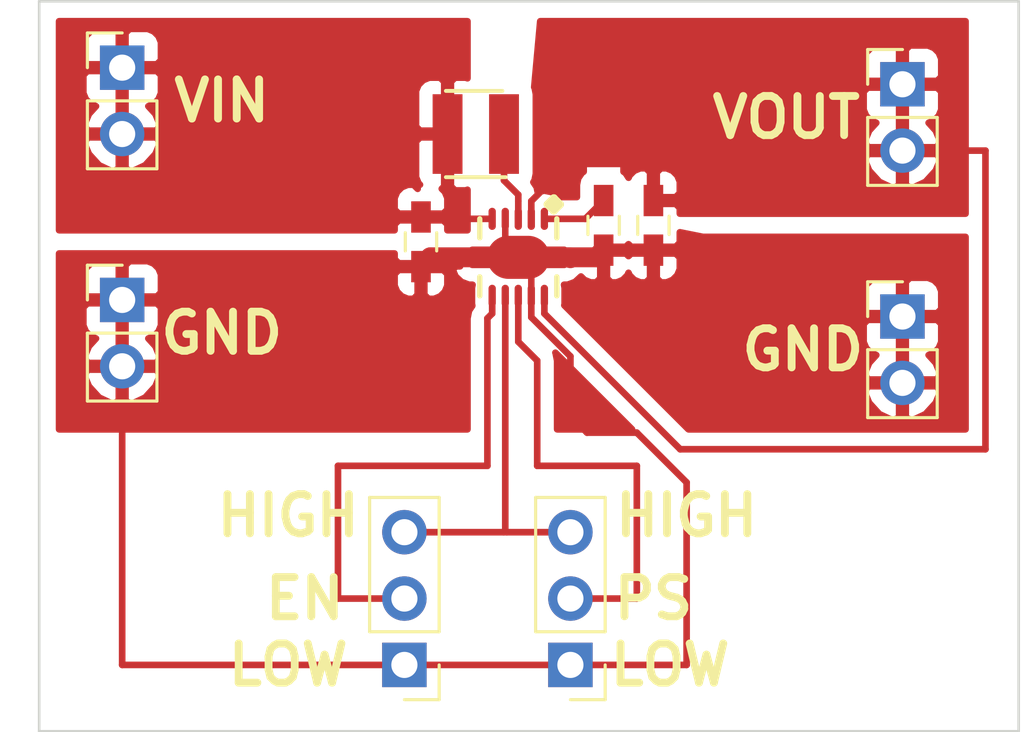
<source format=kicad_pcb>
(kicad_pcb (version 4) (host pcbnew 4.0.7)

  (general
    (links 28)
    (no_connects 1)
    (area 130.124999 107.264999 167.690001 135.305001)
    (thickness 1.6)
    (drawings 15)
    (tracks 53)
    (zones 0)
    (modules 11)
    (nets 8)
  )

  (page A4)
  (layers
    (0 F.Cu signal)
    (31 B.Cu signal)
    (32 B.Adhes user)
    (33 F.Adhes user)
    (34 B.Paste user)
    (35 F.Paste user)
    (36 B.SilkS user)
    (37 F.SilkS user)
    (38 B.Mask user)
    (39 F.Mask user)
    (40 Dwgs.User user)
    (41 Cmts.User user)
    (42 Eco1.User user)
    (43 Eco2.User user)
    (44 Edge.Cuts user)
    (45 Margin user)
    (46 B.CrtYd user)
    (47 F.CrtYd user)
    (48 B.Fab user)
    (49 F.Fab user)
  )

  (setup
    (last_trace_width 0.254)
    (user_trace_width 0.254)
    (user_trace_width 0.381)
    (user_trace_width 0.762)
    (trace_clearance 0.2)
    (zone_clearance 0.508)
    (zone_45_only no)
    (trace_min 0.2)
    (segment_width 0.2)
    (edge_width 0.1)
    (via_size 0.6)
    (via_drill 0.4)
    (via_min_size 0.4)
    (via_min_drill 0.3)
    (uvia_size 0.3)
    (uvia_drill 0.1)
    (uvias_allowed no)
    (uvia_min_size 0.2)
    (uvia_min_drill 0.1)
    (pcb_text_width 0.3)
    (pcb_text_size 1.5 1.5)
    (mod_edge_width 0.15)
    (mod_text_size 1 1)
    (mod_text_width 0.15)
    (pad_size 1.5 1.5)
    (pad_drill 0.6)
    (pad_to_mask_clearance 0)
    (aux_axis_origin 0 0)
    (visible_elements 7FFFFFFF)
    (pcbplotparams
      (layerselection 0x00030_80000001)
      (usegerberextensions false)
      (excludeedgelayer true)
      (linewidth 0.100000)
      (plotframeref false)
      (viasonmask false)
      (mode 1)
      (useauxorigin false)
      (hpglpennumber 1)
      (hpglpenspeed 20)
      (hpglpendiameter 15)
      (hpglpenoverlay 2)
      (psnegative false)
      (psa4output false)
      (plotreference true)
      (plotvalue true)
      (plotinvisibletext false)
      (padsonsilk false)
      (subtractmaskfromsilk false)
      (outputformat 1)
      (mirror false)
      (drillshape 0)
      (scaleselection 1)
      (outputdirectory ""))
  )

  (net 0 "")
  (net 1 GND)
  (net 2 VIN)
  (net 3 VAUX)
  (net 4 VOUT)
  (net 5 EN)
  (net 6 PS)
  (net 7 L)

  (net_class Default "This is the default net class."
    (clearance 0.2)
    (trace_width 0.25)
    (via_dia 0.6)
    (via_drill 0.4)
    (uvia_dia 0.3)
    (uvia_drill 0.1)
    (add_net EN)
    (add_net GND)
    (add_net L)
    (add_net PS)
    (add_net VAUX)
    (add_net VIN)
    (add_net VOUT)
  )

  (module Capacitors_SMD:C_0603_HandSoldering (layer F.Cu) (tedit 5B15FBA9) (tstamp 5B15E3A8)
    (at 144.78 116.52 270)
    (descr "Capacitor SMD 0603, hand soldering")
    (tags "capacitor 0603")
    (path /5A6CFD77)
    (attr smd)
    (fp_text reference C1 (at 0 -1.25 270) (layer F.SilkS) hide
      (effects (font (size 1 1) (thickness 0.15)))
    )
    (fp_text value 10uF (at 0 1.5 270) (layer F.Fab)
      (effects (font (size 1 1) (thickness 0.15)))
    )
    (fp_text user %R (at 0 -1.25 270) (layer F.Fab) hide
      (effects (font (size 1 1) (thickness 0.15)))
    )
    (fp_line (start -0.8 0.4) (end -0.8 -0.4) (layer F.Fab) (width 0.1))
    (fp_line (start 0.8 0.4) (end -0.8 0.4) (layer F.Fab) (width 0.1))
    (fp_line (start 0.8 -0.4) (end 0.8 0.4) (layer F.Fab) (width 0.1))
    (fp_line (start -0.8 -0.4) (end 0.8 -0.4) (layer F.Fab) (width 0.1))
    (fp_line (start -0.35 -0.6) (end 0.35 -0.6) (layer F.SilkS) (width 0.12))
    (fp_line (start 0.35 0.6) (end -0.35 0.6) (layer F.SilkS) (width 0.12))
    (fp_line (start -1.8 -0.65) (end 1.8 -0.65) (layer F.CrtYd) (width 0.05))
    (fp_line (start -1.8 -0.65) (end -1.8 0.65) (layer F.CrtYd) (width 0.05))
    (fp_line (start 1.8 0.65) (end 1.8 -0.65) (layer F.CrtYd) (width 0.05))
    (fp_line (start 1.8 0.65) (end -1.8 0.65) (layer F.CrtYd) (width 0.05))
    (pad 1 smd rect (at -0.95 0 270) (size 1.2 0.75) (layers F.Cu F.Paste F.Mask)
      (net 2 VIN))
    (pad 2 smd rect (at 0.95 0 270) (size 1.2 0.75) (layers F.Cu F.Paste F.Mask)
      (net 1 GND))
    (model Capacitors_SMD.3dshapes/C_0603.wrl
      (at (xyz 0 0 0))
      (scale (xyz 1 1 1))
      (rotate (xyz 0 0 0))
    )
  )

  (module Capacitors_SMD:C_0603_HandSoldering (layer F.Cu) (tedit 5B15FBB5) (tstamp 5B15E3AE)
    (at 151.765 115.89 270)
    (descr "Capacitor SMD 0603, hand soldering")
    (tags "capacitor 0603")
    (path /5A6D02A3)
    (attr smd)
    (fp_text reference C2 (at 0 -1.25 270) (layer F.SilkS) hide
      (effects (font (size 1 1) (thickness 0.15)))
    )
    (fp_text value 10uF (at 0 1.5 270) (layer F.Fab)
      (effects (font (size 1 1) (thickness 0.15)))
    )
    (fp_text user %R (at 0 -1.25 270) (layer F.Fab) hide
      (effects (font (size 1 1) (thickness 0.15)))
    )
    (fp_line (start -0.8 0.4) (end -0.8 -0.4) (layer F.Fab) (width 0.1))
    (fp_line (start 0.8 0.4) (end -0.8 0.4) (layer F.Fab) (width 0.1))
    (fp_line (start 0.8 -0.4) (end 0.8 0.4) (layer F.Fab) (width 0.1))
    (fp_line (start -0.8 -0.4) (end 0.8 -0.4) (layer F.Fab) (width 0.1))
    (fp_line (start -0.35 -0.6) (end 0.35 -0.6) (layer F.SilkS) (width 0.12))
    (fp_line (start 0.35 0.6) (end -0.35 0.6) (layer F.SilkS) (width 0.12))
    (fp_line (start -1.8 -0.65) (end 1.8 -0.65) (layer F.CrtYd) (width 0.05))
    (fp_line (start -1.8 -0.65) (end -1.8 0.65) (layer F.CrtYd) (width 0.05))
    (fp_line (start 1.8 0.65) (end 1.8 -0.65) (layer F.CrtYd) (width 0.05))
    (fp_line (start 1.8 0.65) (end -1.8 0.65) (layer F.CrtYd) (width 0.05))
    (pad 1 smd rect (at -0.95 0 270) (size 1.2 0.75) (layers F.Cu F.Paste F.Mask)
      (net 3 VAUX))
    (pad 2 smd rect (at 0.95 0 270) (size 1.2 0.75) (layers F.Cu F.Paste F.Mask)
      (net 1 GND))
    (model Capacitors_SMD.3dshapes/C_0603.wrl
      (at (xyz 0 0 0))
      (scale (xyz 1 1 1))
      (rotate (xyz 0 0 0))
    )
  )

  (module Capacitors_SMD:C_0603_HandSoldering (layer F.Cu) (tedit 5B15FB3E) (tstamp 5B15E3B4)
    (at 153.67 115.89 270)
    (descr "Capacitor SMD 0603, hand soldering")
    (tags "capacitor 0603")
    (path /5A6D031D)
    (attr smd)
    (fp_text reference C3 (at 0 -1.25 270) (layer F.SilkS) hide
      (effects (font (size 1 1) (thickness 0.15)))
    )
    (fp_text value 10uF (at 0 1.5 270) (layer F.Fab)
      (effects (font (size 1 1) (thickness 0.15)))
    )
    (fp_text user %R (at 0 -1.25 270) (layer F.Fab)
      (effects (font (size 1 1) (thickness 0.15)))
    )
    (fp_line (start -0.8 0.4) (end -0.8 -0.4) (layer F.Fab) (width 0.1))
    (fp_line (start 0.8 0.4) (end -0.8 0.4) (layer F.Fab) (width 0.1))
    (fp_line (start 0.8 -0.4) (end 0.8 0.4) (layer F.Fab) (width 0.1))
    (fp_line (start -0.8 -0.4) (end 0.8 -0.4) (layer F.Fab) (width 0.1))
    (fp_line (start -0.35 -0.6) (end 0.35 -0.6) (layer F.SilkS) (width 0.12))
    (fp_line (start 0.35 0.6) (end -0.35 0.6) (layer F.SilkS) (width 0.12))
    (fp_line (start -1.8 -0.65) (end 1.8 -0.65) (layer F.CrtYd) (width 0.05))
    (fp_line (start -1.8 -0.65) (end -1.8 0.65) (layer F.CrtYd) (width 0.05))
    (fp_line (start 1.8 0.65) (end 1.8 -0.65) (layer F.CrtYd) (width 0.05))
    (fp_line (start 1.8 0.65) (end -1.8 0.65) (layer F.CrtYd) (width 0.05))
    (pad 1 smd rect (at -0.95 0 270) (size 1.2 0.75) (layers F.Cu F.Paste F.Mask)
      (net 4 VOUT))
    (pad 2 smd rect (at 0.95 0 270) (size 1.2 0.75) (layers F.Cu F.Paste F.Mask)
      (net 1 GND))
    (model Capacitors_SMD.3dshapes/C_0603.wrl
      (at (xyz 0 0 0))
      (scale (xyz 1 1 1))
      (rotate (xyz 0 0 0))
    )
  )

  (module CustomFootprintLibrary:texas-S-PDSO-N10 (layer F.Cu) (tedit 5B15FB20) (tstamp 5B15E46F)
    (at 148.5011 117.11432 180)
    (descr "QFN 10 3 X 3 MM")
    (tags "QFN 10 3 X 3 MM")
    (path /5A6CCC7B)
    (attr smd)
    (fp_text reference REG_3V3_BOARD1 (at 0.6731 -2.63398 180) (layer F.SilkS) hide
      (effects (font (size 1.27 1.27) (thickness 0.1016)))
    )
    (fp_text value TPS61201 (at 1.3081 2.86258 180) (layer F.SilkS) hide
      (effects (font (size 1.27 1.27) (thickness 0.1016)))
    )
    (fp_line (start -1.92278 -0.12446) (end -1.32334 -0.12446) (layer F.Mask) (width 0.06604))
    (fp_line (start -1.32334 -0.12446) (end -1.32334 -0.42418) (layer F.Mask) (width 0.06604))
    (fp_line (start -1.92278 -0.42418) (end -1.32334 -0.42418) (layer F.Mask) (width 0.06604))
    (fp_line (start -1.92278 -0.12446) (end -1.92278 -0.42418) (layer F.Mask) (width 0.06604))
    (fp_line (start -1.92278 0.42418) (end -1.32334 0.42418) (layer F.Mask) (width 0.06604))
    (fp_line (start -1.32334 0.42418) (end -1.32334 0.12446) (layer F.Mask) (width 0.06604))
    (fp_line (start -1.92278 0.12446) (end -1.32334 0.12446) (layer F.Mask) (width 0.06604))
    (fp_line (start -1.92278 0.42418) (end -1.92278 0.12446) (layer F.Mask) (width 0.06604))
    (fp_line (start -1.22428 0.84836) (end 1.22428 0.84836) (layer F.Mask) (width 0.06604))
    (fp_line (start 1.22428 0.84836) (end 1.22428 -0.84836) (layer F.Mask) (width 0.06604))
    (fp_line (start -1.22428 -0.84836) (end 1.22428 -0.84836) (layer F.Mask) (width 0.06604))
    (fp_line (start -1.22428 0.84836) (end -1.22428 -0.84836) (layer F.Mask) (width 0.06604))
    (fp_line (start -1.89992 -0.14986) (end -1.32334 -0.14986) (layer F.Paste) (width 0.06604))
    (fp_line (start -1.32334 -0.14986) (end -1.32334 -0.39878) (layer F.Paste) (width 0.06604))
    (fp_line (start -1.89992 -0.39878) (end -1.32334 -0.39878) (layer F.Paste) (width 0.06604))
    (fp_line (start -1.89992 -0.14986) (end -1.89992 -0.39878) (layer F.Paste) (width 0.06604))
    (fp_line (start -1.89992 0.39878) (end -1.32334 0.39878) (layer F.Paste) (width 0.06604))
    (fp_line (start -1.32334 0.39878) (end -1.32334 0.14986) (layer F.Paste) (width 0.06604))
    (fp_line (start -1.89992 0.14986) (end -1.32334 0.14986) (layer F.Paste) (width 0.06604))
    (fp_line (start -1.89992 0.39878) (end -1.89992 0.14986) (layer F.Paste) (width 0.06604))
    (fp_line (start -1.17348 -0.14986) (end -0.14986 -0.14986) (layer F.Paste) (width 0.06604))
    (fp_line (start -0.14986 -0.14986) (end -0.14986 -0.79756) (layer F.Paste) (width 0.06604))
    (fp_line (start -1.17348 -0.79756) (end -0.14986 -0.79756) (layer F.Paste) (width 0.06604))
    (fp_line (start -1.17348 -0.14986) (end -1.17348 -0.79756) (layer F.Paste) (width 0.06604))
    (fp_line (start -1.17348 0.79756) (end -0.14986 0.79756) (layer F.Paste) (width 0.06604))
    (fp_line (start -0.14986 0.79756) (end -0.14986 0.14986) (layer F.Paste) (width 0.06604))
    (fp_line (start -1.17348 0.14986) (end -0.14986 0.14986) (layer F.Paste) (width 0.06604))
    (fp_line (start -1.17348 0.79756) (end -1.17348 0.14986) (layer F.Paste) (width 0.06604))
    (fp_line (start 0.14986 0.79756) (end 1.17348 0.79756) (layer F.Paste) (width 0.06604))
    (fp_line (start 1.17348 0.79756) (end 1.17348 0.14986) (layer F.Paste) (width 0.06604))
    (fp_line (start 0.14986 0.14986) (end 1.17348 0.14986) (layer F.Paste) (width 0.06604))
    (fp_line (start 0.14986 0.79756) (end 0.14986 0.14986) (layer F.Paste) (width 0.06604))
    (fp_line (start 0.14986 -0.14986) (end 1.17348 -0.14986) (layer F.Paste) (width 0.06604))
    (fp_line (start 1.17348 -0.14986) (end 1.17348 -0.79756) (layer F.Paste) (width 0.06604))
    (fp_line (start 0.14986 -0.79756) (end 1.17348 -0.79756) (layer F.Paste) (width 0.06604))
    (fp_line (start 0.14986 -0.14986) (end 0.14986 -0.79756) (layer F.Paste) (width 0.06604))
    (fp_line (start -1.5748 1.5748) (end 0 1.5748) (layer Dwgs.User) (width 0.06604))
    (fp_line (start 0 1.5748) (end 0 0) (layer Dwgs.User) (width 0.06604))
    (fp_line (start -1.5748 0) (end 0 0) (layer Dwgs.User) (width 0.06604))
    (fp_line (start -1.5748 1.5748) (end -1.5748 0) (layer Dwgs.User) (width 0.06604))
    (fp_line (start -1.17348 1.92278) (end -0.82296 1.92278) (layer F.Mask) (width 0.06604))
    (fp_line (start -0.82296 1.92278) (end -0.82296 1.16332) (layer F.Mask) (width 0.06604))
    (fp_line (start -1.17348 1.16332) (end -0.82296 1.16332) (layer F.Mask) (width 0.06604))
    (fp_line (start -1.17348 1.92278) (end -1.17348 1.16332) (layer F.Mask) (width 0.06604))
    (fp_line (start -1.34112 1.62052) (end -0.65532 1.62052) (layer F.Paste) (width 0.06604))
    (fp_line (start -0.65532 1.62052) (end -0.65532 1.39192) (layer F.Paste) (width 0.06604))
    (fp_line (start -1.34112 1.39192) (end -0.65532 1.39192) (layer F.Paste) (width 0.06604))
    (fp_line (start -1.34112 1.62052) (end -1.34112 1.39192) (layer F.Paste) (width 0.06604))
    (fp_line (start -0.84074 1.62052) (end -0.15748 1.62052) (layer F.Paste) (width 0.06604))
    (fp_line (start -0.15748 1.62052) (end -0.15748 1.39192) (layer F.Paste) (width 0.06604))
    (fp_line (start -0.84074 1.39192) (end -0.15748 1.39192) (layer F.Paste) (width 0.06604))
    (fp_line (start -0.84074 1.62052) (end -0.84074 1.39192) (layer F.Paste) (width 0.06604))
    (fp_line (start -0.34036 1.62052) (end 0.34036 1.62052) (layer F.Paste) (width 0.06604))
    (fp_line (start 0.34036 1.62052) (end 0.34036 1.39192) (layer F.Paste) (width 0.06604))
    (fp_line (start -0.34036 1.39192) (end 0.34036 1.39192) (layer F.Paste) (width 0.06604))
    (fp_line (start -0.34036 1.62052) (end -0.34036 1.39192) (layer F.Paste) (width 0.06604))
    (fp_line (start 0.15748 1.62052) (end 0.84074 1.62052) (layer F.Paste) (width 0.06604))
    (fp_line (start 0.84074 1.62052) (end 0.84074 1.39192) (layer F.Paste) (width 0.06604))
    (fp_line (start 0.15748 1.39192) (end 0.84074 1.39192) (layer F.Paste) (width 0.06604))
    (fp_line (start 0.15748 1.62052) (end 0.15748 1.39192) (layer F.Paste) (width 0.06604))
    (fp_line (start 0.65532 1.62052) (end 1.34112 1.62052) (layer F.Paste) (width 0.06604))
    (fp_line (start 1.34112 1.62052) (end 1.34112 1.39192) (layer F.Paste) (width 0.06604))
    (fp_line (start 0.65532 1.39192) (end 1.34112 1.39192) (layer F.Paste) (width 0.06604))
    (fp_line (start 0.65532 1.62052) (end 0.65532 1.39192) (layer F.Paste) (width 0.06604))
    (fp_line (start 0.65532 -1.39192) (end 1.34112 -1.39192) (layer F.Paste) (width 0.06604))
    (fp_line (start 1.34112 -1.39192) (end 1.34112 -1.62052) (layer F.Paste) (width 0.06604))
    (fp_line (start 0.65532 -1.62052) (end 1.34112 -1.62052) (layer F.Paste) (width 0.06604))
    (fp_line (start 0.65532 -1.39192) (end 0.65532 -1.62052) (layer F.Paste) (width 0.06604))
    (fp_line (start 0.15748 -1.39192) (end 0.84074 -1.39192) (layer F.Paste) (width 0.06604))
    (fp_line (start 0.84074 -1.39192) (end 0.84074 -1.62052) (layer F.Paste) (width 0.06604))
    (fp_line (start 0.15748 -1.62052) (end 0.84074 -1.62052) (layer F.Paste) (width 0.06604))
    (fp_line (start 0.15748 -1.39192) (end 0.15748 -1.62052) (layer F.Paste) (width 0.06604))
    (fp_line (start -0.34036 -1.39192) (end 0.34036 -1.39192) (layer F.Paste) (width 0.06604))
    (fp_line (start 0.34036 -1.39192) (end 0.34036 -1.62052) (layer F.Paste) (width 0.06604))
    (fp_line (start -0.34036 -1.62052) (end 0.34036 -1.62052) (layer F.Paste) (width 0.06604))
    (fp_line (start -0.34036 -1.39192) (end -0.34036 -1.62052) (layer F.Paste) (width 0.06604))
    (fp_line (start -0.84074 -1.39192) (end -0.15748 -1.39192) (layer F.Paste) (width 0.06604))
    (fp_line (start -0.15748 -1.39192) (end -0.15748 -1.62052) (layer F.Paste) (width 0.06604))
    (fp_line (start -0.84074 -1.62052) (end -0.15748 -1.62052) (layer F.Paste) (width 0.06604))
    (fp_line (start -0.84074 -1.39192) (end -0.84074 -1.62052) (layer F.Paste) (width 0.06604))
    (fp_line (start -1.34112 -1.39192) (end -0.65532 -1.39192) (layer F.Paste) (width 0.06604))
    (fp_line (start -0.65532 -1.39192) (end -0.65532 -1.62052) (layer F.Paste) (width 0.06604))
    (fp_line (start -1.34112 -1.62052) (end -0.65532 -1.62052) (layer F.Paste) (width 0.06604))
    (fp_line (start -1.34112 -1.39192) (end -1.34112 -1.62052) (layer F.Paste) (width 0.06604))
    (fp_line (start -0.6731 1.92278) (end -0.32258 1.92278) (layer F.Mask) (width 0.06604))
    (fp_line (start -0.32258 1.92278) (end -0.32258 1.16332) (layer F.Mask) (width 0.06604))
    (fp_line (start -0.6731 1.16332) (end -0.32258 1.16332) (layer F.Mask) (width 0.06604))
    (fp_line (start -0.6731 1.92278) (end -0.6731 1.16332) (layer F.Mask) (width 0.06604))
    (fp_line (start -0.17272 1.92278) (end 0.17272 1.92278) (layer F.Mask) (width 0.06604))
    (fp_line (start 0.17272 1.92278) (end 0.17272 1.16332) (layer F.Mask) (width 0.06604))
    (fp_line (start -0.17272 1.16332) (end 0.17272 1.16332) (layer F.Mask) (width 0.06604))
    (fp_line (start -0.17272 1.92278) (end -0.17272 1.16332) (layer F.Mask) (width 0.06604))
    (fp_line (start 0.32258 1.92278) (end 0.6731 1.92278) (layer F.Mask) (width 0.06604))
    (fp_line (start 0.6731 1.92278) (end 0.6731 1.16332) (layer F.Mask) (width 0.06604))
    (fp_line (start 0.32258 1.16332) (end 0.6731 1.16332) (layer F.Mask) (width 0.06604))
    (fp_line (start 0.32258 1.92278) (end 0.32258 1.16332) (layer F.Mask) (width 0.06604))
    (fp_line (start 0.82296 1.92278) (end 1.17348 1.92278) (layer F.Mask) (width 0.06604))
    (fp_line (start 1.17348 1.92278) (end 1.17348 1.16332) (layer F.Mask) (width 0.06604))
    (fp_line (start 0.82296 1.16332) (end 1.17348 1.16332) (layer F.Mask) (width 0.06604))
    (fp_line (start 0.82296 1.92278) (end 0.82296 1.16332) (layer F.Mask) (width 0.06604))
    (fp_line (start 0.82296 -1.16332) (end 1.17348 -1.16332) (layer F.Mask) (width 0.06604))
    (fp_line (start 1.17348 -1.16332) (end 1.17348 -1.92278) (layer F.Mask) (width 0.06604))
    (fp_line (start 0.82296 -1.92278) (end 1.17348 -1.92278) (layer F.Mask) (width 0.06604))
    (fp_line (start 0.82296 -1.16332) (end 0.82296 -1.92278) (layer F.Mask) (width 0.06604))
    (fp_line (start 0.32258 -1.16332) (end 0.6731 -1.16332) (layer F.Mask) (width 0.06604))
    (fp_line (start 0.6731 -1.16332) (end 0.6731 -1.92278) (layer F.Mask) (width 0.06604))
    (fp_line (start 0.32258 -1.92278) (end 0.6731 -1.92278) (layer F.Mask) (width 0.06604))
    (fp_line (start 0.32258 -1.16332) (end 0.32258 -1.92278) (layer F.Mask) (width 0.06604))
    (fp_line (start -0.17272 -1.16332) (end 0.17272 -1.16332) (layer F.Mask) (width 0.06604))
    (fp_line (start 0.17272 -1.16332) (end 0.17272 -1.92278) (layer F.Mask) (width 0.06604))
    (fp_line (start -0.17272 -1.92278) (end 0.17272 -1.92278) (layer F.Mask) (width 0.06604))
    (fp_line (start -0.17272 -1.16332) (end -0.17272 -1.92278) (layer F.Mask) (width 0.06604))
    (fp_line (start -0.6731 -1.16332) (end -0.32258 -1.16332) (layer F.Mask) (width 0.06604))
    (fp_line (start -0.32258 -1.16332) (end -0.32258 -1.92278) (layer F.Mask) (width 0.06604))
    (fp_line (start -0.6731 -1.92278) (end -0.32258 -1.92278) (layer F.Mask) (width 0.06604))
    (fp_line (start -0.6731 -1.16332) (end -0.6731 -1.92278) (layer F.Mask) (width 0.06604))
    (fp_line (start -1.17348 -1.16332) (end -0.82296 -1.16332) (layer F.Mask) (width 0.06604))
    (fp_line (start -0.82296 -1.16332) (end -0.82296 -1.92278) (layer F.Mask) (width 0.06604))
    (fp_line (start -1.17348 -1.92278) (end -0.82296 -1.92278) (layer F.Mask) (width 0.06604))
    (fp_line (start -1.17348 -1.16332) (end -1.17348 -1.92278) (layer F.Mask) (width 0.06604))
    (fp_line (start 1.32334 0.42418) (end 1.92278 0.42418) (layer F.Mask) (width 0.06604))
    (fp_line (start 1.92278 0.42418) (end 1.92278 0.12446) (layer F.Mask) (width 0.06604))
    (fp_line (start 1.32334 0.12446) (end 1.92278 0.12446) (layer F.Mask) (width 0.06604))
    (fp_line (start 1.32334 0.42418) (end 1.32334 0.12446) (layer F.Mask) (width 0.06604))
    (fp_line (start 1.32334 -0.12446) (end 1.92278 -0.12446) (layer F.Mask) (width 0.06604))
    (fp_line (start 1.92278 -0.12446) (end 1.92278 -0.42418) (layer F.Mask) (width 0.06604))
    (fp_line (start 1.32334 -0.42418) (end 1.92278 -0.42418) (layer F.Mask) (width 0.06604))
    (fp_line (start 1.32334 -0.12446) (end 1.32334 -0.42418) (layer F.Mask) (width 0.06604))
    (fp_line (start 1.32334 0.39878) (end 1.89992 0.39878) (layer F.Paste) (width 0.06604))
    (fp_line (start 1.89992 0.39878) (end 1.89992 0.14986) (layer F.Paste) (width 0.06604))
    (fp_line (start 1.32334 0.14986) (end 1.89992 0.14986) (layer F.Paste) (width 0.06604))
    (fp_line (start 1.32334 0.39878) (end 1.32334 0.14986) (layer F.Paste) (width 0.06604))
    (fp_line (start 1.32334 -0.14986) (end 1.89992 -0.14986) (layer F.Paste) (width 0.06604))
    (fp_line (start 1.89992 -0.14986) (end 1.89992 -0.39878) (layer F.Paste) (width 0.06604))
    (fp_line (start 1.32334 -0.39878) (end 1.89992 -0.39878) (layer F.Paste) (width 0.06604))
    (fp_line (start 1.32334 -0.14986) (end 1.32334 -0.39878) (layer F.Paste) (width 0.06604))
    (fp_line (start -1.4732 -1.4732) (end 1.4732 -1.4732) (layer Dwgs.User) (width 0.2032))
    (fp_line (start 1.4732 -1.4732) (end 1.4732 1.4732) (layer Dwgs.User) (width 0.2032))
    (fp_line (start 1.4732 1.4732) (end -1.4732 1.4732) (layer Dwgs.User) (width 0.2032))
    (fp_line (start -1.4732 1.4732) (end -1.4732 -1.4732) (layer Dwgs.User) (width 0.2032))
    (fp_line (start -1.4732 -0.74676) (end -1.4732 -1.4732) (layer F.SilkS) (width 0.2032))
    (fp_line (start 1.4732 0.74676) (end 1.4732 1.4732) (layer F.SilkS) (width 0.2032))
    (fp_line (start -1.4732 1.4732) (end -1.4732 0.74676) (layer F.SilkS) (width 0.2032))
    (fp_line (start 1.4732 -1.4732) (end 1.4732 -0.74676) (layer F.SilkS) (width 0.2032))
    (fp_circle (center -0.99822 1.16332) (end -0.99822 0.9906) (layer F.Mask) (width 0))
    (fp_circle (center -0.99822 1.16332) (end -0.99822 1.04902) (layer F.Paste) (width 0))
    (fp_circle (center -0.49784 1.16332) (end -0.49784 1.04902) (layer F.Paste) (width 0))
    (fp_circle (center 0 1.16332) (end 0 1.04902) (layer F.Paste) (width 0))
    (fp_circle (center 0.49784 1.16332) (end 0.49784 1.04902) (layer F.Paste) (width 0))
    (fp_circle (center 0.99822 1.16332) (end 0.99822 1.04902) (layer F.Paste) (width 0))
    (fp_circle (center 0.99822 -1.16332) (end 0.99822 -1.27762) (layer F.Paste) (width 0))
    (fp_circle (center 0.49784 -1.16332) (end 0.49784 -1.27762) (layer F.Paste) (width 0))
    (fp_circle (center 0 -1.16332) (end 0 -1.27762) (layer F.Paste) (width 0))
    (fp_circle (center -0.49784 -1.16332) (end -0.49784 -1.27762) (layer F.Paste) (width 0))
    (fp_circle (center -0.99822 -1.16332) (end -0.99822 -1.27762) (layer F.Paste) (width 0))
    (fp_circle (center -0.49784 1.16332) (end -0.49784 0.9906) (layer F.Mask) (width 0))
    (fp_circle (center 0 1.16332) (end 0 0.9906) (layer F.Mask) (width 0))
    (fp_circle (center 0.49784 1.16332) (end 0.49784 0.9906) (layer F.Mask) (width 0))
    (fp_circle (center 0.99822 1.16332) (end 0.99822 0.9906) (layer F.Mask) (width 0))
    (fp_circle (center 0.99822 -1.16332) (end 0.99822 -1.33604) (layer F.Mask) (width 0))
    (fp_circle (center 0.49784 -1.16332) (end 0.49784 -1.33604) (layer F.Mask) (width 0))
    (fp_circle (center 0 -1.16332) (end 0 -1.33604) (layer F.Mask) (width 0))
    (fp_circle (center -0.49784 -1.16332) (end -0.49784 -1.33604) (layer F.Mask) (width 0))
    (fp_circle (center -0.99822 -1.16332) (end -0.99822 -1.33604) (layer F.Mask) (width 0))
    (pad 1 smd oval (at -0.99822 1.4732 270) (size 0.84836 0.2794) (layers F.Cu F.Paste F.Mask)
      (net 3 VAUX))
    (pad 2 smd oval (at -0.49784 1.4732 270) (size 0.84836 0.2794) (layers F.Cu F.Paste F.Mask)
      (net 4 VOUT))
    (pad 3 smd oval (at 0 1.4732 270) (size 0.84836 0.2794) (layers F.Cu F.Paste F.Mask)
      (net 7 L))
    (pad 4 smd oval (at 0.49784 1.4732 270) (size 0.84836 0.2794) (layers F.Cu F.Paste F.Mask)
      (net 1 GND))
    (pad 5 smd oval (at 0.99822 1.4732 270) (size 0.84836 0.2794) (layers F.Cu F.Paste F.Mask)
      (net 2 VIN))
    (pad 6 smd oval (at 0.99822 -1.4732 90) (size 0.84836 0.2794) (layers F.Cu F.Paste F.Mask)
      (net 5 EN))
    (pad 7 smd oval (at 0.49784 -1.4732 90) (size 0.84836 0.2794) (layers F.Cu F.Paste F.Mask)
      (net 2 VIN))
    (pad 8 smd oval (at 0 -1.4732 90) (size 0.84836 0.2794) (layers F.Cu F.Paste F.Mask)
      (net 6 PS))
    (pad 9 smd oval (at -0.49784 -1.4732 90) (size 0.84836 0.2794) (layers F.Cu F.Paste F.Mask)
      (net 1 GND))
    (pad 10 smd oval (at -0.99822 -1.4732 90) (size 0.84836 0.2794) (layers F.Cu F.Paste F.Mask)
      (net 4 VOUT))
    (pad PP smd oval (at 0 0 180) (size 2.39776 1.64846) (layers F.Cu F.Paste F.Mask)
      (net 1 GND))
    (pad PP@1 smd oval (at 0 -0.27432 180) (size 3.79984 0.2794) (layers F.Cu F.Paste F.Mask)
      (net 1 GND))
    (pad PP@2 smd oval (at 0 0.27432 180) (size 3.79984 0.2794) (layers F.Cu F.Paste F.Mask)
      (net 1 GND))
  )

  (module Pin_Headers:Pin_Header_Straight_1x02_Pitch2.54mm (layer F.Cu) (tedit 5B15FAFE) (tstamp 5B15E5CA)
    (at 133.35 118.745)
    (descr "Through hole straight pin header, 1x02, 2.54mm pitch, single row")
    (tags "Through hole pin header THT 1x02 2.54mm single row")
    (path /5B15E406)
    (fp_text reference J1 (at 0 -2.33) (layer F.SilkS) hide
      (effects (font (size 1 1) (thickness 0.15)))
    )
    (fp_text value Conn_01x02 (at 0 4.87) (layer F.Fab)
      (effects (font (size 1 1) (thickness 0.15)))
    )
    (fp_line (start -0.635 -1.27) (end 1.27 -1.27) (layer F.Fab) (width 0.1))
    (fp_line (start 1.27 -1.27) (end 1.27 3.81) (layer F.Fab) (width 0.1))
    (fp_line (start 1.27 3.81) (end -1.27 3.81) (layer F.Fab) (width 0.1))
    (fp_line (start -1.27 3.81) (end -1.27 -0.635) (layer F.Fab) (width 0.1))
    (fp_line (start -1.27 -0.635) (end -0.635 -1.27) (layer F.Fab) (width 0.1))
    (fp_line (start -1.33 3.87) (end 1.33 3.87) (layer F.SilkS) (width 0.12))
    (fp_line (start -1.33 1.27) (end -1.33 3.87) (layer F.SilkS) (width 0.12))
    (fp_line (start 1.33 1.27) (end 1.33 3.87) (layer F.SilkS) (width 0.12))
    (fp_line (start -1.33 1.27) (end 1.33 1.27) (layer F.SilkS) (width 0.12))
    (fp_line (start -1.33 0) (end -1.33 -1.33) (layer F.SilkS) (width 0.12))
    (fp_line (start -1.33 -1.33) (end 0 -1.33) (layer F.SilkS) (width 0.12))
    (fp_line (start -1.8 -1.8) (end -1.8 4.35) (layer F.CrtYd) (width 0.05))
    (fp_line (start -1.8 4.35) (end 1.8 4.35) (layer F.CrtYd) (width 0.05))
    (fp_line (start 1.8 4.35) (end 1.8 -1.8) (layer F.CrtYd) (width 0.05))
    (fp_line (start 1.8 -1.8) (end -1.8 -1.8) (layer F.CrtYd) (width 0.05))
    (fp_text user %R (at 0 1.27 90) (layer F.Fab)
      (effects (font (size 1 1) (thickness 0.15)))
    )
    (pad 1 thru_hole rect (at 0 0) (size 1.7 1.7) (drill 1) (layers *.Cu *.Mask)
      (net 1 GND))
    (pad 2 thru_hole oval (at 0 2.54) (size 1.7 1.7) (drill 1) (layers *.Cu *.Mask)
      (net 1 GND))
    (model ${KISYS3DMOD}/Pin_Headers.3dshapes/Pin_Header_Straight_1x02_Pitch2.54mm.wrl
      (at (xyz 0 0 0))
      (scale (xyz 1 1 1))
      (rotate (xyz 0 0 0))
    )
  )

  (module Pin_Headers:Pin_Header_Straight_1x02_Pitch2.54mm (layer F.Cu) (tedit 5B15FAF4) (tstamp 5B15E5D0)
    (at 133.35 109.855)
    (descr "Through hole straight pin header, 1x02, 2.54mm pitch, single row")
    (tags "Through hole pin header THT 1x02 2.54mm single row")
    (path /5B15E343)
    (fp_text reference J2 (at 0 -2.33) (layer F.SilkS) hide
      (effects (font (size 1 1) (thickness 0.15)))
    )
    (fp_text value Conn_01x02 (at 0 4.87) (layer F.Fab)
      (effects (font (size 1 1) (thickness 0.15)))
    )
    (fp_line (start -0.635 -1.27) (end 1.27 -1.27) (layer F.Fab) (width 0.1))
    (fp_line (start 1.27 -1.27) (end 1.27 3.81) (layer F.Fab) (width 0.1))
    (fp_line (start 1.27 3.81) (end -1.27 3.81) (layer F.Fab) (width 0.1))
    (fp_line (start -1.27 3.81) (end -1.27 -0.635) (layer F.Fab) (width 0.1))
    (fp_line (start -1.27 -0.635) (end -0.635 -1.27) (layer F.Fab) (width 0.1))
    (fp_line (start -1.33 3.87) (end 1.33 3.87) (layer F.SilkS) (width 0.12))
    (fp_line (start -1.33 1.27) (end -1.33 3.87) (layer F.SilkS) (width 0.12))
    (fp_line (start 1.33 1.27) (end 1.33 3.87) (layer F.SilkS) (width 0.12))
    (fp_line (start -1.33 1.27) (end 1.33 1.27) (layer F.SilkS) (width 0.12))
    (fp_line (start -1.33 0) (end -1.33 -1.33) (layer F.SilkS) (width 0.12))
    (fp_line (start -1.33 -1.33) (end 0 -1.33) (layer F.SilkS) (width 0.12))
    (fp_line (start -1.8 -1.8) (end -1.8 4.35) (layer F.CrtYd) (width 0.05))
    (fp_line (start -1.8 4.35) (end 1.8 4.35) (layer F.CrtYd) (width 0.05))
    (fp_line (start 1.8 4.35) (end 1.8 -1.8) (layer F.CrtYd) (width 0.05))
    (fp_line (start 1.8 -1.8) (end -1.8 -1.8) (layer F.CrtYd) (width 0.05))
    (fp_text user %R (at 0 1.27 90) (layer F.Fab)
      (effects (font (size 1 1) (thickness 0.15)))
    )
    (pad 1 thru_hole rect (at 0 0) (size 1.7 1.7) (drill 1) (layers *.Cu *.Mask)
      (net 2 VIN))
    (pad 2 thru_hole oval (at 0 2.54) (size 1.7 1.7) (drill 1) (layers *.Cu *.Mask)
      (net 2 VIN))
    (model ${KISYS3DMOD}/Pin_Headers.3dshapes/Pin_Header_Straight_1x02_Pitch2.54mm.wrl
      (at (xyz 0 0 0))
      (scale (xyz 1 1 1))
      (rotate (xyz 0 0 0))
    )
  )

  (module Pin_Headers:Pin_Header_Straight_1x02_Pitch2.54mm (layer F.Cu) (tedit 5B15FB01) (tstamp 5B15E5D6)
    (at 163.195 110.49)
    (descr "Through hole straight pin header, 1x02, 2.54mm pitch, single row")
    (tags "Through hole pin header THT 1x02 2.54mm single row")
    (path /5B15E4E5)
    (fp_text reference J3 (at 0 -2.33) (layer F.SilkS) hide
      (effects (font (size 1 1) (thickness 0.15)))
    )
    (fp_text value Conn_01x02 (at 0 4.87) (layer F.Fab)
      (effects (font (size 1 1) (thickness 0.15)))
    )
    (fp_line (start -0.635 -1.27) (end 1.27 -1.27) (layer F.Fab) (width 0.1))
    (fp_line (start 1.27 -1.27) (end 1.27 3.81) (layer F.Fab) (width 0.1))
    (fp_line (start 1.27 3.81) (end -1.27 3.81) (layer F.Fab) (width 0.1))
    (fp_line (start -1.27 3.81) (end -1.27 -0.635) (layer F.Fab) (width 0.1))
    (fp_line (start -1.27 -0.635) (end -0.635 -1.27) (layer F.Fab) (width 0.1))
    (fp_line (start -1.33 3.87) (end 1.33 3.87) (layer F.SilkS) (width 0.12))
    (fp_line (start -1.33 1.27) (end -1.33 3.87) (layer F.SilkS) (width 0.12))
    (fp_line (start 1.33 1.27) (end 1.33 3.87) (layer F.SilkS) (width 0.12))
    (fp_line (start -1.33 1.27) (end 1.33 1.27) (layer F.SilkS) (width 0.12))
    (fp_line (start -1.33 0) (end -1.33 -1.33) (layer F.SilkS) (width 0.12))
    (fp_line (start -1.33 -1.33) (end 0 -1.33) (layer F.SilkS) (width 0.12))
    (fp_line (start -1.8 -1.8) (end -1.8 4.35) (layer F.CrtYd) (width 0.05))
    (fp_line (start -1.8 4.35) (end 1.8 4.35) (layer F.CrtYd) (width 0.05))
    (fp_line (start 1.8 4.35) (end 1.8 -1.8) (layer F.CrtYd) (width 0.05))
    (fp_line (start 1.8 -1.8) (end -1.8 -1.8) (layer F.CrtYd) (width 0.05))
    (fp_text user %R (at 0 1.27 90) (layer F.Fab)
      (effects (font (size 1 1) (thickness 0.15)))
    )
    (pad 1 thru_hole rect (at 0 0) (size 1.7 1.7) (drill 1) (layers *.Cu *.Mask)
      (net 4 VOUT))
    (pad 2 thru_hole oval (at 0 2.54) (size 1.7 1.7) (drill 1) (layers *.Cu *.Mask)
      (net 4 VOUT))
    (model ${KISYS3DMOD}/Pin_Headers.3dshapes/Pin_Header_Straight_1x02_Pitch2.54mm.wrl
      (at (xyz 0 0 0))
      (scale (xyz 1 1 1))
      (rotate (xyz 0 0 0))
    )
  )

  (module Pin_Headers:Pin_Header_Straight_1x02_Pitch2.54mm (layer F.Cu) (tedit 5B15FB05) (tstamp 5B15E5DC)
    (at 163.195 119.38)
    (descr "Through hole straight pin header, 1x02, 2.54mm pitch, single row")
    (tags "Through hole pin header THT 1x02 2.54mm single row")
    (path /5B15E45D)
    (fp_text reference J4 (at 0 -2.33) (layer F.SilkS) hide
      (effects (font (size 1 1) (thickness 0.15)))
    )
    (fp_text value Conn_01x02 (at 0 4.87) (layer F.Fab)
      (effects (font (size 1 1) (thickness 0.15)))
    )
    (fp_line (start -0.635 -1.27) (end 1.27 -1.27) (layer F.Fab) (width 0.1))
    (fp_line (start 1.27 -1.27) (end 1.27 3.81) (layer F.Fab) (width 0.1))
    (fp_line (start 1.27 3.81) (end -1.27 3.81) (layer F.Fab) (width 0.1))
    (fp_line (start -1.27 3.81) (end -1.27 -0.635) (layer F.Fab) (width 0.1))
    (fp_line (start -1.27 -0.635) (end -0.635 -1.27) (layer F.Fab) (width 0.1))
    (fp_line (start -1.33 3.87) (end 1.33 3.87) (layer F.SilkS) (width 0.12))
    (fp_line (start -1.33 1.27) (end -1.33 3.87) (layer F.SilkS) (width 0.12))
    (fp_line (start 1.33 1.27) (end 1.33 3.87) (layer F.SilkS) (width 0.12))
    (fp_line (start -1.33 1.27) (end 1.33 1.27) (layer F.SilkS) (width 0.12))
    (fp_line (start -1.33 0) (end -1.33 -1.33) (layer F.SilkS) (width 0.12))
    (fp_line (start -1.33 -1.33) (end 0 -1.33) (layer F.SilkS) (width 0.12))
    (fp_line (start -1.8 -1.8) (end -1.8 4.35) (layer F.CrtYd) (width 0.05))
    (fp_line (start -1.8 4.35) (end 1.8 4.35) (layer F.CrtYd) (width 0.05))
    (fp_line (start 1.8 4.35) (end 1.8 -1.8) (layer F.CrtYd) (width 0.05))
    (fp_line (start 1.8 -1.8) (end -1.8 -1.8) (layer F.CrtYd) (width 0.05))
    (fp_text user %R (at 0 1.27 90) (layer F.Fab)
      (effects (font (size 1 1) (thickness 0.15)))
    )
    (pad 1 thru_hole rect (at 0 0) (size 1.7 1.7) (drill 1) (layers *.Cu *.Mask)
      (net 1 GND))
    (pad 2 thru_hole oval (at 0 2.54) (size 1.7 1.7) (drill 1) (layers *.Cu *.Mask)
      (net 1 GND))
    (model ${KISYS3DMOD}/Pin_Headers.3dshapes/Pin_Header_Straight_1x02_Pitch2.54mm.wrl
      (at (xyz 0 0 0))
      (scale (xyz 1 1 1))
      (rotate (xyz 0 0 0))
    )
  )

  (module CustomFootprintLibrary:coilcraft-LPS3015-222 (layer F.Cu) (tedit 5AD2990A) (tstamp 5B15E96B)
    (at 146.8755 112.395)
    (path /5A6CFED1)
    (fp_text reference L1 (at -1.27 2.921) (layer F.SilkS) hide
      (effects (font (size 1 1) (thickness 0.15)))
    )
    (fp_text value 2.2uH (at -1.397 -2.794) (layer F.Fab) hide
      (effects (font (size 1 1) (thickness 0.15)))
    )
    (fp_line (start -1.143 1.651) (end 1.143 1.651) (layer F.SilkS) (width 0.15))
    (fp_line (start -1.143 -1.651) (end 1.016 -1.651) (layer F.SilkS) (width 0.15))
    (pad 2 smd rect (at 1.0795 0) (size 1.143 3.048) (layers F.Cu F.Paste F.Mask)
      (net 7 L))
    (pad 1 smd rect (at -1.0795 0) (size 1.143 3.048) (layers F.Cu F.Paste F.Mask)
      (net 2 VIN))
  )

  (module Pin_Headers:Pin_Header_Straight_1x03_Pitch2.54mm (layer F.Cu) (tedit 5B15FBC0) (tstamp 5B15EBF2)
    (at 144.145 132.715 180)
    (descr "Through hole straight pin header, 1x03, 2.54mm pitch, single row")
    (tags "Through hole pin header THT 1x03 2.54mm single row")
    (path /5B15ECCF)
    (fp_text reference J5 (at 0 -2.33 180) (layer F.SilkS) hide
      (effects (font (size 1 1) (thickness 0.15)))
    )
    (fp_text value Conn_01x03 (at 0 7.41 180) (layer F.Fab)
      (effects (font (size 1 1) (thickness 0.15)))
    )
    (fp_line (start -0.635 -1.27) (end 1.27 -1.27) (layer F.Fab) (width 0.1))
    (fp_line (start 1.27 -1.27) (end 1.27 6.35) (layer F.Fab) (width 0.1))
    (fp_line (start 1.27 6.35) (end -1.27 6.35) (layer F.Fab) (width 0.1))
    (fp_line (start -1.27 6.35) (end -1.27 -0.635) (layer F.Fab) (width 0.1))
    (fp_line (start -1.27 -0.635) (end -0.635 -1.27) (layer F.Fab) (width 0.1))
    (fp_line (start -1.33 6.41) (end 1.33 6.41) (layer F.SilkS) (width 0.12))
    (fp_line (start -1.33 1.27) (end -1.33 6.41) (layer F.SilkS) (width 0.12))
    (fp_line (start 1.33 1.27) (end 1.33 6.41) (layer F.SilkS) (width 0.12))
    (fp_line (start -1.33 1.27) (end 1.33 1.27) (layer F.SilkS) (width 0.12))
    (fp_line (start -1.33 0) (end -1.33 -1.33) (layer F.SilkS) (width 0.12))
    (fp_line (start -1.33 -1.33) (end 0 -1.33) (layer F.SilkS) (width 0.12))
    (fp_line (start -1.8 -1.8) (end -1.8 6.85) (layer F.CrtYd) (width 0.05))
    (fp_line (start -1.8 6.85) (end 1.8 6.85) (layer F.CrtYd) (width 0.05))
    (fp_line (start 1.8 6.85) (end 1.8 -1.8) (layer F.CrtYd) (width 0.05))
    (fp_line (start 1.8 -1.8) (end -1.8 -1.8) (layer F.CrtYd) (width 0.05))
    (fp_text user %R (at 0 2.54 270) (layer F.Fab)
      (effects (font (size 1 1) (thickness 0.15)))
    )
    (pad 1 thru_hole rect (at 0 0 180) (size 1.7 1.7) (drill 1) (layers *.Cu *.Mask)
      (net 1 GND))
    (pad 2 thru_hole oval (at 0 2.54 180) (size 1.7 1.7) (drill 1) (layers *.Cu *.Mask)
      (net 5 EN))
    (pad 3 thru_hole oval (at 0 5.08 180) (size 1.7 1.7) (drill 1) (layers *.Cu *.Mask)
      (net 2 VIN))
    (model ${KISYS3DMOD}/Pin_Headers.3dshapes/Pin_Header_Straight_1x03_Pitch2.54mm.wrl
      (at (xyz 0 0 0))
      (scale (xyz 1 1 1))
      (rotate (xyz 0 0 0))
    )
  )

  (module Pin_Headers:Pin_Header_Straight_1x03_Pitch2.54mm (layer F.Cu) (tedit 5B15FBC5) (tstamp 5B15EBF9)
    (at 150.495 132.715 180)
    (descr "Through hole straight pin header, 1x03, 2.54mm pitch, single row")
    (tags "Through hole pin header THT 1x03 2.54mm single row")
    (path /5B15E990)
    (fp_text reference J6 (at 0 -2.33 180) (layer F.SilkS) hide
      (effects (font (size 1 1) (thickness 0.15)))
    )
    (fp_text value Conn_01x03 (at 0 7.41 180) (layer F.Fab)
      (effects (font (size 1 1) (thickness 0.15)))
    )
    (fp_line (start -0.635 -1.27) (end 1.27 -1.27) (layer F.Fab) (width 0.1))
    (fp_line (start 1.27 -1.27) (end 1.27 6.35) (layer F.Fab) (width 0.1))
    (fp_line (start 1.27 6.35) (end -1.27 6.35) (layer F.Fab) (width 0.1))
    (fp_line (start -1.27 6.35) (end -1.27 -0.635) (layer F.Fab) (width 0.1))
    (fp_line (start -1.27 -0.635) (end -0.635 -1.27) (layer F.Fab) (width 0.1))
    (fp_line (start -1.33 6.41) (end 1.33 6.41) (layer F.SilkS) (width 0.12))
    (fp_line (start -1.33 1.27) (end -1.33 6.41) (layer F.SilkS) (width 0.12))
    (fp_line (start 1.33 1.27) (end 1.33 6.41) (layer F.SilkS) (width 0.12))
    (fp_line (start -1.33 1.27) (end 1.33 1.27) (layer F.SilkS) (width 0.12))
    (fp_line (start -1.33 0) (end -1.33 -1.33) (layer F.SilkS) (width 0.12))
    (fp_line (start -1.33 -1.33) (end 0 -1.33) (layer F.SilkS) (width 0.12))
    (fp_line (start -1.8 -1.8) (end -1.8 6.85) (layer F.CrtYd) (width 0.05))
    (fp_line (start -1.8 6.85) (end 1.8 6.85) (layer F.CrtYd) (width 0.05))
    (fp_line (start 1.8 6.85) (end 1.8 -1.8) (layer F.CrtYd) (width 0.05))
    (fp_line (start 1.8 -1.8) (end -1.8 -1.8) (layer F.CrtYd) (width 0.05))
    (fp_text user %R (at 0 2.54 270) (layer F.Fab)
      (effects (font (size 1 1) (thickness 0.15)))
    )
    (pad 1 thru_hole rect (at 0 0 180) (size 1.7 1.7) (drill 1) (layers *.Cu *.Mask)
      (net 1 GND))
    (pad 2 thru_hole oval (at 0 2.54 180) (size 1.7 1.7) (drill 1) (layers *.Cu *.Mask)
      (net 6 PS))
    (pad 3 thru_hole oval (at 0 5.08 180) (size 1.7 1.7) (drill 1) (layers *.Cu *.Mask)
      (net 2 VIN))
    (model ${KISYS3DMOD}/Pin_Headers.3dshapes/Pin_Header_Straight_1x03_Pitch2.54mm.wrl
      (at (xyz 0 0 0))
      (scale (xyz 1 1 1))
      (rotate (xyz 0 0 0))
    )
  )

  (gr_line (start 130.175 135.255) (end 130.175 107.315) (angle 90) (layer Edge.Cuts) (width 0.1))
  (gr_line (start 167.64 135.255) (end 130.175 135.255) (angle 90) (layer Edge.Cuts) (width 0.1))
  (gr_line (start 167.64 107.315) (end 167.64 135.255) (angle 90) (layer Edge.Cuts) (width 0.1))
  (gr_line (start 130.175 107.315) (end 167.64 107.315) (angle 90) (layer Edge.Cuts) (width 0.1))
  (gr_text PS (at 153.67 130.175) (layer F.SilkS)
    (effects (font (size 1.5 1.5) (thickness 0.3)))
  )
  (gr_text LOW (at 154.305 132.715) (layer F.SilkS)
    (effects (font (size 1.5 1.5) (thickness 0.3)))
  )
  (gr_text LOW (at 139.7 132.715) (layer F.SilkS)
    (effects (font (size 1.5 1.5) (thickness 0.3)))
  )
  (gr_text HIGH (at 154.94 127) (layer F.SilkS)
    (effects (font (size 1.5 1.5) (thickness 0.3)))
  )
  (gr_text HIGH (at 139.7 127) (layer F.SilkS)
    (effects (font (size 1.5 1.5) (thickness 0.3)))
  )
  (gr_text EN (at 140.335 130.175) (layer F.SilkS)
    (effects (font (size 1.5 1.5) (thickness 0.3)))
  )
  (gr_text VOUT (at 158.75 111.76) (layer F.SilkS)
    (effects (font (size 1.5 1.5) (thickness 0.3)))
  )
  (gr_text GND (at 159.385 120.65) (layer F.SilkS)
    (effects (font (size 1.5 1.5) (thickness 0.3)))
  )
  (gr_text GND (at 137.16 120.015) (layer F.SilkS)
    (effects (font (size 1.5 1.5) (thickness 0.3)))
  )
  (gr_text VIN (at 137.16 111.125) (layer F.SilkS)
    (effects (font (size 1.5 1.5) (thickness 0.3)))
  )
  (gr_text . (at 149.86 113.03) (layer F.SilkS)
    (effects (font (size 5 5) (thickness 0.3)))
  )

  (segment (start 144.145 132.715) (end 133.35 132.715) (width 0.254) (layer F.Cu) (net 1))
  (segment (start 133.35 132.715) (end 133.35 121.285) (width 0.254) (layer F.Cu) (net 1))
  (segment (start 154.94 132.715) (end 150.495 132.715) (width 0.254) (layer F.Cu) (net 1))
  (segment (start 154.94 125.73) (end 154.94 132.715) (width 0.254) (layer F.Cu) (net 1))
  (segment (start 153.035 123.825) (end 154.94 125.73) (width 0.254) (layer F.Cu) (net 1))
  (segment (start 150.495 123.19) (end 151.13 123.825) (width 0.254) (layer F.Cu) (net 1))
  (segment (start 151.13 123.825) (end 153.035 123.825) (width 0.254) (layer F.Cu) (net 1))
  (segment (start 150.495 120.903447) (end 150.495 123.19) (width 0.254) (layer F.Cu) (net 1))
  (segment (start 148.99894 118.58752) (end 148.99894 119.407387) (width 0.254) (layer F.Cu) (net 1))
  (segment (start 148.99894 119.407387) (end 150.495 120.903447) (width 0.254) (layer F.Cu) (net 1))
  (segment (start 150.495 132.715) (end 144.145 132.715) (width 0.254) (layer F.Cu) (net 1))
  (segment (start 148.00326 116.61648) (end 148.5011 117.11432) (width 0.25) (layer F.Cu) (net 1))
  (segment (start 148.00326 115.64112) (end 148.00326 116.61648) (width 0.25) (layer F.Cu) (net 1))
  (segment (start 148.5011 117.11432) (end 145.13568 117.11432) (width 0.762) (layer F.Cu) (net 1))
  (segment (start 148.99894 118.58752) (end 148.99894 117.61216) (width 0.25) (layer F.Cu) (net 1))
  (segment (start 151.49068 117.11432) (end 151.765 116.84) (width 0.762) (layer F.Cu) (net 1))
  (segment (start 148.5011 117.11432) (end 151.49068 117.11432) (width 0.762) (layer F.Cu) (net 1))
  (segment (start 148.99894 117.61216) (end 148.5011 117.11432) (width 0.25) (layer F.Cu) (net 1))
  (segment (start 150.46198 117.11432) (end 150.495 117.14734) (width 0.762) (layer F.Cu) (net 1))
  (segment (start 148.5011 117.11432) (end 150.46198 117.11432) (width 0.762) (layer F.Cu) (net 1))
  (segment (start 145.13568 117.11432) (end 144.78 117.47) (width 0.762) (layer F.Cu) (net 1))
  (segment (start 147.50288 115.64112) (end 144.85112 115.64112) (width 0.254) (layer F.Cu) (net 2))
  (segment (start 144.85112 115.64112) (end 144.78 115.57) (width 0.254) (layer F.Cu) (net 2))
  (segment (start 148.00326 127.58674) (end 148.05152 127.635) (width 0.254) (layer F.Cu) (net 2))
  (segment (start 148.05152 127.635) (end 150.495 127.635) (width 0.254) (layer F.Cu) (net 2))
  (segment (start 148.00326 127.58674) (end 147.955 127.635) (width 0.254) (layer F.Cu) (net 2))
  (segment (start 147.955 127.635) (end 144.145 127.635) (width 0.254) (layer F.Cu) (net 2))
  (segment (start 148.00326 118.58752) (end 148.00326 127.58674) (width 0.254) (layer F.Cu) (net 2))
  (segment (start 149.49932 115.64112) (end 151.06388 115.64112) (width 0.254) (layer F.Cu) (net 3))
  (segment (start 151.06388 115.64112) (end 151.765 114.94) (width 0.254) (layer F.Cu) (net 3))
  (segment (start 149.49932 118.58752) (end 149.49932 119.2657) (width 0.254) (layer F.Cu) (net 4))
  (segment (start 166.37 124.46) (end 166.37 113.03) (width 0.254) (layer F.Cu) (net 4))
  (segment (start 149.49932 119.2657) (end 154.69362 124.46) (width 0.254) (layer F.Cu) (net 4))
  (segment (start 154.69362 124.46) (end 166.37 124.46) (width 0.254) (layer F.Cu) (net 4))
  (segment (start 166.37 113.03) (end 163.195 113.03) (width 0.254) (layer F.Cu) (net 4))
  (segment (start 148.99894 115.64112) (end 148.99894 114.96294) (width 0.254) (layer F.Cu) (net 4))
  (segment (start 148.99894 114.96294) (end 149.86 114.10188) (width 0.254) (layer F.Cu) (net 4))
  (segment (start 141.605 130.175) (end 144.145 130.175) (width 0.254) (layer F.Cu) (net 5))
  (segment (start 141.605 125.095) (end 141.605 130.175) (width 0.254) (layer F.Cu) (net 5))
  (segment (start 147.32 125.095) (end 141.605 125.095) (width 0.254) (layer F.Cu) (net 5))
  (segment (start 147.32 119.44858) (end 147.32 125.095) (width 0.254) (layer F.Cu) (net 5))
  (segment (start 147.50288 118.58752) (end 147.50288 119.2657) (width 0.254) (layer F.Cu) (net 5))
  (segment (start 147.50288 119.2657) (end 147.32 119.44858) (width 0.254) (layer F.Cu) (net 5))
  (segment (start 148.5011 118.58752) (end 148.5011 120.345348) (width 0.254) (layer F.Cu) (net 6))
  (segment (start 148.5011 120.345348) (end 149.225 121.069248) (width 0.254) (layer F.Cu) (net 6))
  (segment (start 149.225 121.069248) (end 149.225 125.095) (width 0.254) (layer F.Cu) (net 6))
  (segment (start 149.225 125.095) (end 153.035 125.095) (width 0.254) (layer F.Cu) (net 6))
  (segment (start 153.035 125.095) (end 153.035 130.175) (width 0.254) (layer F.Cu) (net 6))
  (segment (start 153.035 130.175) (end 150.495 130.175) (width 0.254) (layer F.Cu) (net 6))
  (segment (start 147.955 112.395) (end 147.955 114.173) (width 0.254) (layer F.Cu) (net 7))
  (segment (start 147.955 114.173) (end 148.5011 114.7191) (width 0.254) (layer F.Cu) (net 7))
  (segment (start 148.5011 114.7191) (end 148.5011 114.96294) (width 0.254) (layer F.Cu) (net 7))
  (segment (start 148.5011 114.96294) (end 148.5011 115.64112) (width 0.254) (layer F.Cu) (net 7))

  (zone (net 2) (net_name VIN) (layer F.Cu) (tstamp 0) (hatch edge 0.508)
    (connect_pads (clearance 0.508))
    (min_thickness 0.254)
    (fill yes (arc_segments 16) (thermal_gap 0.508) (thermal_bridge_width 0.508))
    (polygon
      (pts
        (xy 146.05 107.95) (xy 130.81 107.95) (xy 130.81 116.205) (xy 146.685 116.205) (xy 146.685 107.95)
      )
    )
    (filled_polygon
      (pts
        (xy 146.558 110.262589) (xy 146.493809 110.236) (xy 146.08175 110.236) (xy 145.923 110.39475) (xy 145.923 112.268)
        (xy 145.943 112.268) (xy 145.943 112.522) (xy 145.923 112.522) (xy 145.923 114.39525) (xy 146.08175 114.554)
        (xy 146.493809 114.554) (xy 146.558 114.527411) (xy 146.558 116.078) (xy 145.79 116.078) (xy 145.79 115.85575)
        (xy 145.63125 115.697) (xy 144.907 115.697) (xy 144.907 115.717) (xy 144.653 115.717) (xy 144.653 115.697)
        (xy 143.92875 115.697) (xy 143.77 115.85575) (xy 143.77 116.078) (xy 130.937 116.078) (xy 130.937 114.843691)
        (xy 143.77 114.843691) (xy 143.77 115.28425) (xy 143.92875 115.443) (xy 144.653 115.443) (xy 144.653 115.423)
        (xy 144.907 115.423) (xy 144.907 115.443) (xy 145.63125 115.443) (xy 145.79 115.28425) (xy 145.79 114.843691)
        (xy 145.693327 114.610302) (xy 145.573638 114.490612) (xy 145.669 114.39525) (xy 145.669 112.522) (xy 144.74825 112.522)
        (xy 144.5895 112.68075) (xy 144.5895 114.04531) (xy 144.686173 114.278699) (xy 144.742474 114.335) (xy 144.652998 114.335)
        (xy 144.652998 114.493748) (xy 144.49425 114.335) (xy 144.27869 114.335) (xy 144.045301 114.431673) (xy 143.866673 114.610302)
        (xy 143.77 114.843691) (xy 130.937 114.843691) (xy 130.937 112.75189) (xy 131.908524 112.75189) (xy 132.078355 113.161924)
        (xy 132.468642 113.590183) (xy 132.993108 113.836486) (xy 133.223 113.715819) (xy 133.223 112.522) (xy 133.477 112.522)
        (xy 133.477 113.715819) (xy 133.706892 113.836486) (xy 134.231358 113.590183) (xy 134.621645 113.161924) (xy 134.791476 112.75189)
        (xy 134.670155 112.522) (xy 133.477 112.522) (xy 133.223 112.522) (xy 132.029845 112.522) (xy 131.908524 112.75189)
        (xy 130.937 112.75189) (xy 130.937 110.14075) (xy 131.865 110.14075) (xy 131.865 110.83131) (xy 131.961673 111.064699)
        (xy 132.140302 111.243327) (xy 132.349878 111.330136) (xy 132.078355 111.628076) (xy 131.908524 112.03811) (xy 132.029845 112.268)
        (xy 133.223 112.268) (xy 133.223 109.982) (xy 133.477 109.982) (xy 133.477 112.268) (xy 134.670155 112.268)
        (xy 134.791476 112.03811) (xy 134.621645 111.628076) (xy 134.350122 111.330136) (xy 134.559698 111.243327) (xy 134.738327 111.064699)
        (xy 134.835 110.83131) (xy 134.835 110.74469) (xy 144.5895 110.74469) (xy 144.5895 112.10925) (xy 144.74825 112.268)
        (xy 145.669 112.268) (xy 145.669 110.39475) (xy 145.51025 110.236) (xy 145.098191 110.236) (xy 144.864802 110.332673)
        (xy 144.686173 110.511301) (xy 144.5895 110.74469) (xy 134.835 110.74469) (xy 134.835 110.14075) (xy 134.67625 109.982)
        (xy 133.477 109.982) (xy 133.223 109.982) (xy 132.02375 109.982) (xy 131.865 110.14075) (xy 130.937 110.14075)
        (xy 130.937 108.87869) (xy 131.865 108.87869) (xy 131.865 109.56925) (xy 132.02375 109.728) (xy 133.223 109.728)
        (xy 133.223 108.52875) (xy 133.477 108.52875) (xy 133.477 109.728) (xy 134.67625 109.728) (xy 134.835 109.56925)
        (xy 134.835 108.87869) (xy 134.738327 108.645301) (xy 134.559698 108.466673) (xy 134.326309 108.37) (xy 133.63575 108.37)
        (xy 133.477 108.52875) (xy 133.223 108.52875) (xy 133.06425 108.37) (xy 132.373691 108.37) (xy 132.140302 108.466673)
        (xy 131.961673 108.645301) (xy 131.865 108.87869) (xy 130.937 108.87869) (xy 130.937 108.077) (xy 146.558 108.077)
      )
    )
  )
  (zone (net 4) (net_name VOUT) (layer F.Cu) (tstamp 0) (hatch edge 0.508)
    (connect_pads (clearance 0.508))
    (min_thickness 0.254)
    (fill yes (arc_segments 16) (thermal_gap 0.508) (thermal_bridge_width 0.508))
    (polygon
      (pts
        (xy 165.735 107.95) (xy 149.225 107.95) (xy 148.59 114.935) (xy 151.13 114.935) (xy 151.13 113.665)
        (xy 152.4 113.665) (xy 152.4 115.57) (xy 165.735 115.57)
      )
    )
    (filled_polygon
      (pts
        (xy 165.608 115.443) (xy 154.68 115.443) (xy 154.68 115.22575) (xy 154.52125 115.067) (xy 153.797 115.067)
        (xy 153.797 115.087) (xy 153.543 115.087) (xy 153.543 115.067) (xy 153.523 115.067) (xy 153.523 114.813)
        (xy 153.543 114.813) (xy 153.543 113.86375) (xy 153.797 113.86375) (xy 153.797 114.813) (xy 154.52125 114.813)
        (xy 154.68 114.65425) (xy 154.68 114.213691) (xy 154.583327 113.980302) (xy 154.404699 113.801673) (xy 154.17131 113.705)
        (xy 153.95575 113.705) (xy 153.797 113.86375) (xy 153.543 113.86375) (xy 153.38425 113.705) (xy 153.16869 113.705)
        (xy 152.935301 113.801673) (xy 152.756673 113.980302) (xy 152.720038 114.068747) (xy 152.60409 113.888559) (xy 152.527 113.835886)
        (xy 152.527 113.665) (xy 152.516994 113.61559) (xy 152.488553 113.573965) (xy 152.446159 113.546685) (xy 152.4 113.538)
        (xy 151.13 113.538) (xy 151.08059 113.548006) (xy 151.038965 113.576447) (xy 151.011685 113.618841) (xy 151.003 113.665)
        (xy 151.003 113.834443) (xy 150.938559 113.87591) (xy 150.793569 114.08811) (xy 150.74256 114.34) (xy 150.74256 114.808)
        (xy 150.060417 114.808) (xy 150.047116 114.788093) (xy 149.795785 114.62016) (xy 149.49932 114.561189) (xy 149.241876 114.612398)
        (xy 149.205096 114.427495) (xy 149.077786 114.236962) (xy 149.122931 114.17089) (xy 149.17394 113.919) (xy 149.17394 113.38689)
        (xy 161.753524 113.38689) (xy 161.923355 113.796924) (xy 162.313642 114.225183) (xy 162.838108 114.471486) (xy 163.068 114.350819)
        (xy 163.068 113.157) (xy 163.322 113.157) (xy 163.322 114.350819) (xy 163.551892 114.471486) (xy 164.076358 114.225183)
        (xy 164.466645 113.796924) (xy 164.636476 113.38689) (xy 164.515155 113.157) (xy 163.322 113.157) (xy 163.068 113.157)
        (xy 161.874845 113.157) (xy 161.753524 113.38689) (xy 149.17394 113.38689) (xy 149.17394 110.871) (xy 149.156018 110.77575)
        (xy 161.71 110.77575) (xy 161.71 111.46631) (xy 161.806673 111.699699) (xy 161.985302 111.878327) (xy 162.194878 111.965136)
        (xy 161.923355 112.263076) (xy 161.753524 112.67311) (xy 161.874845 112.903) (xy 163.068 112.903) (xy 163.068 110.617)
        (xy 163.322 110.617) (xy 163.322 112.903) (xy 164.515155 112.903) (xy 164.636476 112.67311) (xy 164.466645 112.263076)
        (xy 164.195122 111.965136) (xy 164.404698 111.878327) (xy 164.583327 111.699699) (xy 164.68 111.46631) (xy 164.68 110.77575)
        (xy 164.52125 110.617) (xy 163.322 110.617) (xy 163.068 110.617) (xy 161.86875 110.617) (xy 161.71 110.77575)
        (xy 149.156018 110.77575) (xy 149.129662 110.635683) (xy 149.111006 110.606691) (xy 149.210369 109.51369) (xy 161.71 109.51369)
        (xy 161.71 110.20425) (xy 161.86875 110.363) (xy 163.068 110.363) (xy 163.068 109.16375) (xy 163.322 109.16375)
        (xy 163.322 110.363) (xy 164.52125 110.363) (xy 164.68 110.20425) (xy 164.68 109.51369) (xy 164.583327 109.280301)
        (xy 164.404698 109.101673) (xy 164.171309 109.005) (xy 163.48075 109.005) (xy 163.322 109.16375) (xy 163.068 109.16375)
        (xy 162.90925 109.005) (xy 162.218691 109.005) (xy 161.985302 109.101673) (xy 161.806673 109.280301) (xy 161.71 109.51369)
        (xy 149.210369 109.51369) (xy 149.340978 108.077) (xy 165.608 108.077)
      )
    )
  )
  (zone (net 1) (net_name GND) (layer F.Cu) (tstamp 0) (hatch edge 0.508)
    (connect_pads (clearance 0.508))
    (min_thickness 0.254)
    (fill yes (arc_segments 16) (thermal_gap 0.508) (thermal_bridge_width 0.508))
    (polygon
      (pts
        (xy 130.81 116.84) (xy 146.05 116.84) (xy 152.4 115.57) (xy 155.575 116.205) (xy 165.735 116.205)
        (xy 165.735 123.825) (xy 130.81 123.825)
      )
    )
    (filled_polygon
      (pts
        (xy 143.77 117.18425) (xy 143.92875 117.343) (xy 144.653 117.343) (xy 144.653 117.323) (xy 144.907 117.323)
        (xy 144.907 117.343) (xy 145.63125 117.343) (xy 145.79 117.18425) (xy 145.79 116.967) (xy 145.96618 116.967)
        (xy 145.96618 116.967002) (xy 146.062543 116.967002) (xy 145.989761 117.029686) (xy 146.025569 117.11432) (xy 145.989761 117.198954)
        (xy 146.102436 117.295995) (xy 146.103281 117.297993) (xy 146.275032 117.45849) (xy 146.128903 117.45849) (xy 145.989761 117.578326)
        (xy 146.103281 117.846633) (xy 146.327082 118.055769) (xy 146.61388 118.16334) (xy 146.751841 118.16334) (xy 146.72818 118.282289)
        (xy 146.72818 118.892751) (xy 146.74088 118.956598) (xy 146.74088 118.970085) (xy 146.616004 119.156975) (xy 146.558 119.44858)
        (xy 146.558 123.698) (xy 130.937 123.698) (xy 130.937 121.64189) (xy 131.908524 121.64189) (xy 132.078355 122.051924)
        (xy 132.468642 122.480183) (xy 132.993108 122.726486) (xy 133.223 122.605819) (xy 133.223 121.412) (xy 133.477 121.412)
        (xy 133.477 122.605819) (xy 133.706892 122.726486) (xy 134.231358 122.480183) (xy 134.621645 122.051924) (xy 134.791476 121.64189)
        (xy 134.670155 121.412) (xy 133.477 121.412) (xy 133.223 121.412) (xy 132.029845 121.412) (xy 131.908524 121.64189)
        (xy 130.937 121.64189) (xy 130.937 119.03075) (xy 131.865 119.03075) (xy 131.865 119.72131) (xy 131.961673 119.954699)
        (xy 132.140302 120.133327) (xy 132.349878 120.220136) (xy 132.078355 120.518076) (xy 131.908524 120.92811) (xy 132.029845 121.158)
        (xy 133.223 121.158) (xy 133.223 118.872) (xy 133.477 118.872) (xy 133.477 121.158) (xy 134.670155 121.158)
        (xy 134.791476 120.92811) (xy 134.621645 120.518076) (xy 134.350122 120.220136) (xy 134.559698 120.133327) (xy 134.738327 119.954699)
        (xy 134.835 119.72131) (xy 134.835 119.03075) (xy 134.67625 118.872) (xy 133.477 118.872) (xy 133.223 118.872)
        (xy 132.02375 118.872) (xy 131.865 119.03075) (xy 130.937 119.03075) (xy 130.937 117.76869) (xy 131.865 117.76869)
        (xy 131.865 118.45925) (xy 132.02375 118.618) (xy 133.223 118.618) (xy 133.223 117.41875) (xy 133.477 117.41875)
        (xy 133.477 118.618) (xy 134.67625 118.618) (xy 134.835 118.45925) (xy 134.835 117.76869) (xy 134.829641 117.75575)
        (xy 143.77 117.75575) (xy 143.77 118.196309) (xy 143.866673 118.429698) (xy 144.045301 118.608327) (xy 144.27869 118.705)
        (xy 144.49425 118.705) (xy 144.653 118.54625) (xy 144.653 117.597) (xy 144.907 117.597) (xy 144.907 118.54625)
        (xy 145.06575 118.705) (xy 145.28131 118.705) (xy 145.514699 118.608327) (xy 145.693327 118.429698) (xy 145.79 118.196309)
        (xy 145.79 117.75575) (xy 145.63125 117.597) (xy 144.907 117.597) (xy 144.653 117.597) (xy 143.92875 117.597)
        (xy 143.77 117.75575) (xy 134.829641 117.75575) (xy 134.738327 117.535301) (xy 134.559698 117.356673) (xy 134.326309 117.26)
        (xy 133.63575 117.26) (xy 133.477 117.41875) (xy 133.223 117.41875) (xy 133.06425 117.26) (xy 132.373691 117.26)
        (xy 132.140302 117.356673) (xy 131.961673 117.535301) (xy 131.865 117.76869) (xy 130.937 117.76869) (xy 130.937 116.967)
        (xy 143.77 116.967)
      )
    )
    (filled_polygon
      (pts
        (xy 152.853989 123.698) (xy 149.987 123.698) (xy 149.987 121.069248) (xy 149.928996 120.777643) (xy 149.919659 120.763669)
      )
    )
    (filled_polygon
      (pts
        (xy 155.550093 116.329534) (xy 155.575 116.332) (xy 165.608 116.332) (xy 165.608 123.698) (xy 155.009251 123.698)
        (xy 153.588141 122.27689) (xy 161.753524 122.27689) (xy 161.923355 122.686924) (xy 162.313642 123.115183) (xy 162.838108 123.361486)
        (xy 163.068 123.240819) (xy 163.068 122.047) (xy 163.322 122.047) (xy 163.322 123.240819) (xy 163.551892 123.361486)
        (xy 164.076358 123.115183) (xy 164.466645 122.686924) (xy 164.636476 122.27689) (xy 164.515155 122.047) (xy 163.322 122.047)
        (xy 163.068 122.047) (xy 161.874845 122.047) (xy 161.753524 122.27689) (xy 153.588141 122.27689) (xy 150.977001 119.66575)
        (xy 161.71 119.66575) (xy 161.71 120.35631) (xy 161.806673 120.589699) (xy 161.985302 120.768327) (xy 162.194878 120.855136)
        (xy 161.923355 121.153076) (xy 161.753524 121.56311) (xy 161.874845 121.793) (xy 163.068 121.793) (xy 163.068 119.507)
        (xy 163.322 119.507) (xy 163.322 121.793) (xy 164.515155 121.793) (xy 164.636476 121.56311) (xy 164.466645 121.153076)
        (xy 164.195122 120.855136) (xy 164.404698 120.768327) (xy 164.583327 120.589699) (xy 164.68 120.35631) (xy 164.68 119.66575)
        (xy 164.52125 119.507) (xy 163.322 119.507) (xy 163.068 119.507) (xy 161.86875 119.507) (xy 161.71 119.66575)
        (xy 150.977001 119.66575) (xy 150.262403 118.951153) (xy 150.27402 118.892751) (xy 150.27402 118.40369) (xy 161.71 118.40369)
        (xy 161.71 119.09425) (xy 161.86875 119.253) (xy 163.068 119.253) (xy 163.068 118.05375) (xy 163.322 118.05375)
        (xy 163.322 119.253) (xy 164.52125 119.253) (xy 164.68 119.09425) (xy 164.68 118.40369) (xy 164.583327 118.170301)
        (xy 164.404698 117.991673) (xy 164.171309 117.895) (xy 163.48075 117.895) (xy 163.322 118.05375) (xy 163.068 118.05375)
        (xy 162.90925 117.895) (xy 162.218691 117.895) (xy 161.985302 117.991673) (xy 161.806673 118.170301) (xy 161.71 118.40369)
        (xy 150.27402 118.40369) (xy 150.27402 118.282289) (xy 150.250359 118.16334) (xy 150.38832 118.16334) (xy 150.675118 118.055769)
        (xy 150.898758 117.846783) (xy 151.030301 117.978327) (xy 151.26369 118.075) (xy 151.47925 118.075) (xy 151.638 117.91625)
        (xy 151.638 116.967) (xy 151.892 116.967) (xy 151.892 117.91625) (xy 152.05075 118.075) (xy 152.26631 118.075)
        (xy 152.499699 117.978327) (xy 152.678327 117.799698) (xy 152.7175 117.705126) (xy 152.756673 117.799698) (xy 152.935301 117.978327)
        (xy 153.16869 118.075) (xy 153.38425 118.075) (xy 153.543 117.91625) (xy 153.543 116.967) (xy 153.797 116.967)
        (xy 153.797 117.91625) (xy 153.95575 118.075) (xy 154.17131 118.075) (xy 154.404699 117.978327) (xy 154.583327 117.799698)
        (xy 154.68 117.566309) (xy 154.68 117.12575) (xy 154.52125 116.967) (xy 153.797 116.967) (xy 153.543 116.967)
        (xy 152.81875 116.967) (xy 152.7175 117.06825) (xy 152.61625 116.967) (xy 151.892 116.967) (xy 151.638 116.967)
        (xy 151.618 116.967) (xy 151.618 116.713) (xy 151.638 116.713) (xy 151.638 116.693) (xy 151.892 116.693)
        (xy 151.892 116.713) (xy 152.61625 116.713) (xy 152.7175 116.61175) (xy 152.81875 116.713) (xy 153.543 116.713)
        (xy 153.543 116.693) (xy 153.797 116.693) (xy 153.797 116.713) (xy 154.52125 116.713) (xy 154.68 116.55425)
        (xy 154.68 116.155515)
      )
    )
  )
)

</source>
